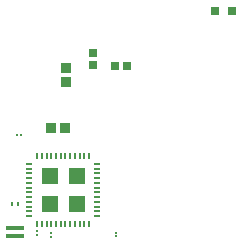
<source format=gbr>
G04 EAGLE Gerber X2 export*
%TF.Part,Single*%
%TF.FileFunction,Paste,Top*%
%TF.FilePolarity,Positive*%
%TF.GenerationSoftware,Autodesk,EAGLE,9.0.0*%
%TF.CreationDate,2018-06-19T20:39:02Z*%
G75*
%MOMM*%
%FSLAX34Y34*%
%LPD*%
%AMOC8*
5,1,8,0,0,1.08239X$1,22.5*%
G01*
%ADD10R,0.254000X0.177800*%
%ADD11R,0.850000X0.900000*%
%ADD12R,0.177800X0.254000*%
%ADD13R,0.250000X0.300000*%
%ADD14R,1.600000X0.350000*%
%ADD15R,0.900000X0.850000*%
%ADD16R,0.750000X0.750000*%
%ADD17R,0.650000X0.800000*%
%ADD18R,0.201250X0.595000*%
%ADD19R,0.595000X0.201250*%
%ADD20R,1.321200X1.321200*%


D10*
X96919Y6708D03*
X96919Y3406D03*
D11*
X42203Y95563D03*
X53803Y95563D03*
D10*
X42337Y6161D03*
X42337Y2859D03*
X30291Y7703D03*
X30291Y4401D03*
D12*
X16635Y89315D03*
X13333Y89315D03*
D13*
X13940Y30568D03*
X8940Y30568D03*
D14*
X11791Y3828D03*
X11791Y10328D03*
D15*
X55091Y134452D03*
X55091Y146052D03*
D16*
X78000Y148500D03*
X78000Y159000D03*
D17*
X180524Y194470D03*
X195524Y194470D03*
D16*
X106611Y147622D03*
X96111Y147622D03*
D18*
X50366Y14181D03*
X46366Y14181D03*
X42366Y14181D03*
X38366Y14181D03*
X34366Y14181D03*
X30366Y14181D03*
X54366Y14181D03*
X58366Y14181D03*
X62366Y14181D03*
X66366Y14181D03*
X70366Y14181D03*
X74366Y14181D03*
D19*
X80966Y20781D03*
X80966Y24781D03*
X80966Y28781D03*
X80966Y32781D03*
X80966Y36781D03*
X80966Y40781D03*
X80966Y44781D03*
X80966Y48781D03*
X80966Y52781D03*
X80966Y56781D03*
X80966Y60781D03*
X80966Y64781D03*
D18*
X74366Y71381D03*
X70366Y71381D03*
X66366Y71381D03*
X62366Y71381D03*
X58366Y71381D03*
X50366Y71381D03*
X54366Y71381D03*
X46366Y71381D03*
X42366Y71381D03*
X38366Y71381D03*
X30366Y71381D03*
X34366Y71381D03*
D19*
X23766Y64781D03*
X23766Y60781D03*
X23766Y56781D03*
X23766Y52781D03*
X23766Y48781D03*
X23766Y44781D03*
X23766Y40781D03*
X23766Y36781D03*
X23766Y32781D03*
X23766Y28781D03*
X23766Y24781D03*
X23766Y20781D03*
D20*
X40866Y54281D03*
X40866Y31281D03*
X63866Y31281D03*
X63866Y54281D03*
M02*

</source>
